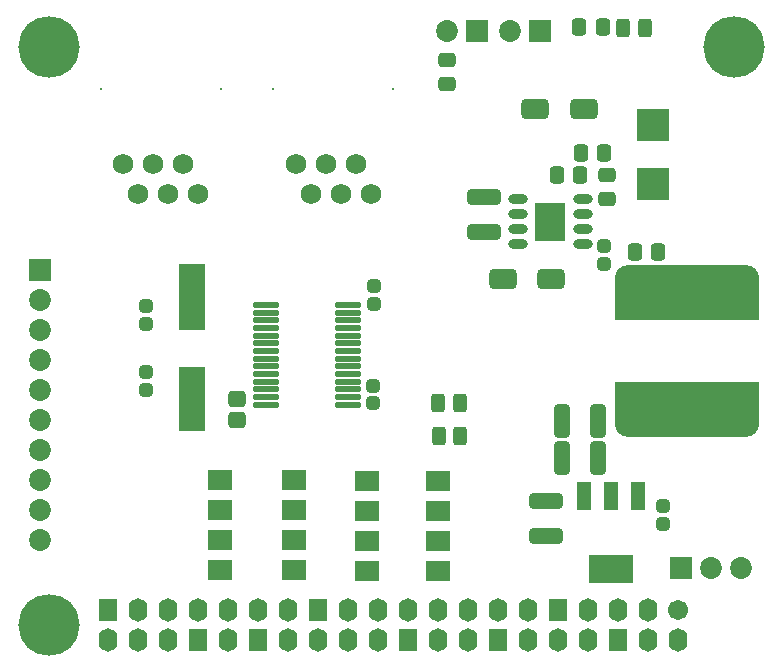
<source format=gts>
G04*
G04 #@! TF.GenerationSoftware,Altium Limited,Altium Designer,21.8.1 (53)*
G04*
G04 Layer_Color=8388736*
%FSLAX25Y25*%
%MOIN*%
G70*
G04*
G04 #@! TF.SameCoordinates,4A88703C-FF3E-4B1E-BF10-83D339521CC7*
G04*
G04*
G04 #@! TF.FilePolarity,Negative*
G04*
G01*
G75*
G04:AMPARAMS|DCode=35|XSize=58mil|YSize=53.28mil|CornerRadius=10.79mil|HoleSize=0mil|Usage=FLASHONLY|Rotation=180.000|XOffset=0mil|YOffset=0mil|HoleType=Round|Shape=RoundedRectangle|*
%AMROUNDEDRECTD35*
21,1,0.05800,0.03169,0,0,180.0*
21,1,0.03642,0.05328,0,0,180.0*
1,1,0.02158,-0.01821,0.01585*
1,1,0.02158,0.01821,0.01585*
1,1,0.02158,0.01821,-0.01585*
1,1,0.02158,-0.01821,-0.01585*
%
%ADD35ROUNDEDRECTD35*%
%ADD36O,0.09068X0.02178*%
G04:AMPARAMS|DCode=37|XSize=114.3mil|YSize=53.28mil|CornerRadius=15.32mil|HoleSize=0mil|Usage=FLASHONLY|Rotation=90.000|XOffset=0mil|YOffset=0mil|HoleType=Round|Shape=RoundedRectangle|*
%AMROUNDEDRECTD37*
21,1,0.11430,0.02264,0,0,90.0*
21,1,0.08366,0.05328,0,0,90.0*
1,1,0.03064,0.01132,0.04183*
1,1,0.03064,0.01132,-0.04183*
1,1,0.03064,-0.01132,-0.04183*
1,1,0.03064,-0.01132,0.04183*
%
%ADD37ROUNDEDRECTD37*%
%ADD38O,0.06509X0.03162*%
G04:AMPARAMS|DCode=39|XSize=58mil|YSize=45.4mil|CornerRadius=9.61mil|HoleSize=0mil|Usage=FLASHONLY|Rotation=90.000|XOffset=0mil|YOffset=0mil|HoleType=Round|Shape=RoundedRectangle|*
%AMROUNDEDRECTD39*
21,1,0.05800,0.02618,0,0,90.0*
21,1,0.03878,0.04540,0,0,90.0*
1,1,0.01922,0.01309,0.01939*
1,1,0.01922,0.01309,-0.01939*
1,1,0.01922,-0.01309,-0.01939*
1,1,0.01922,-0.01309,0.01939*
%
%ADD39ROUNDEDRECTD39*%
G04:AMPARAMS|DCode=40|XSize=58mil|YSize=45.4mil|CornerRadius=9.61mil|HoleSize=0mil|Usage=FLASHONLY|Rotation=0.000|XOffset=0mil|YOffset=0mil|HoleType=Round|Shape=RoundedRectangle|*
%AMROUNDEDRECTD40*
21,1,0.05800,0.02618,0,0,0.0*
21,1,0.03878,0.04540,0,0,0.0*
1,1,0.01922,0.01939,-0.01309*
1,1,0.01922,-0.01939,-0.01309*
1,1,0.01922,-0.01939,0.01309*
1,1,0.01922,0.01939,0.01309*
%
%ADD40ROUNDEDRECTD40*%
G04:AMPARAMS|DCode=41|XSize=43.43mil|YSize=43.43mil|CornerRadius=9.32mil|HoleSize=0mil|Usage=FLASHONLY|Rotation=180.000|XOffset=0mil|YOffset=0mil|HoleType=Round|Shape=RoundedRectangle|*
%AMROUNDEDRECTD41*
21,1,0.04343,0.02480,0,0,180.0*
21,1,0.02480,0.04343,0,0,180.0*
1,1,0.01863,-0.01240,0.01240*
1,1,0.01863,0.01240,0.01240*
1,1,0.01863,0.01240,-0.01240*
1,1,0.01863,-0.01240,-0.01240*
%
%ADD41ROUNDEDRECTD41*%
G04:AMPARAMS|DCode=42|XSize=94.61mil|YSize=69.02mil|CornerRadius=19.26mil|HoleSize=0mil|Usage=FLASHONLY|Rotation=0.000|XOffset=0mil|YOffset=0mil|HoleType=Round|Shape=RoundedRectangle|*
%AMROUNDEDRECTD42*
21,1,0.09461,0.03051,0,0,0.0*
21,1,0.05610,0.06902,0,0,0.0*
1,1,0.03851,0.02805,-0.01526*
1,1,0.03851,-0.02805,-0.01526*
1,1,0.03851,-0.02805,0.01526*
1,1,0.03851,0.02805,0.01526*
%
%ADD42ROUNDEDRECTD42*%
G04:AMPARAMS|DCode=43|XSize=114.3mil|YSize=53.28mil|CornerRadius=15.32mil|HoleSize=0mil|Usage=FLASHONLY|Rotation=0.000|XOffset=0mil|YOffset=0mil|HoleType=Round|Shape=RoundedRectangle|*
%AMROUNDEDRECTD43*
21,1,0.11430,0.02264,0,0,0.0*
21,1,0.08366,0.05328,0,0,0.0*
1,1,0.03064,0.04183,-0.01132*
1,1,0.03064,-0.04183,-0.01132*
1,1,0.03064,-0.04183,0.01132*
1,1,0.03064,0.04183,0.01132*
%
%ADD43ROUNDEDRECTD43*%
G04:AMPARAMS|DCode=44|XSize=63.12mil|YSize=47.37mil|CornerRadius=13.84mil|HoleSize=0mil|Usage=FLASHONLY|Rotation=270.000|XOffset=0mil|YOffset=0mil|HoleType=Round|Shape=RoundedRectangle|*
%AMROUNDEDRECTD44*
21,1,0.06312,0.01968,0,0,270.0*
21,1,0.03543,0.04737,0,0,270.0*
1,1,0.02769,-0.00984,-0.01772*
1,1,0.02769,-0.00984,0.01772*
1,1,0.02769,0.00984,0.01772*
1,1,0.02769,0.00984,-0.01772*
%
%ADD44ROUNDEDRECTD44*%
%ADD45R,0.05131X0.09265*%
%ADD46R,0.05131X0.09265*%
%ADD47R,0.14580X0.09265*%
%ADD48R,0.08800X0.21800*%
%ADD49R,0.08800X0.22300*%
%ADD50R,0.48044X0.08300*%
G04:AMPARAMS|DCode=51|XSize=480.44mil|YSize=165.48mil|CornerRadius=43.37mil|HoleSize=0mil|Usage=FLASHONLY|Rotation=0.000|XOffset=0mil|YOffset=0mil|HoleType=Round|Shape=RoundedRectangle|*
%AMROUNDEDRECTD51*
21,1,0.48044,0.07874,0,0,0.0*
21,1,0.39370,0.16548,0,0,0.0*
1,1,0.08674,0.19685,-0.03937*
1,1,0.08674,-0.19685,-0.03937*
1,1,0.08674,-0.19685,0.03937*
1,1,0.08674,0.19685,0.03937*
%
%ADD51ROUNDEDRECTD51*%
%ADD52C,0.07300*%
%ADD53R,0.07300X0.07300*%
%ADD54R,0.10800X0.10800*%
%ADD55R,0.07887X0.06706*%
%ADD56R,0.10249X0.13005*%
%ADD57C,0.20485*%
%ADD58R,0.07300X0.07300*%
%ADD59O,0.06300X0.07800*%
%ADD60R,0.06300X0.07800*%
%ADD61C,0.06706*%
%ADD62C,0.00800*%
%ADD63C,0.06800*%
%ADD64C,0.05800*%
D35*
X177559Y183465D02*
D03*
Y190551D02*
D03*
D36*
X214513Y188514D02*
D03*
Y191073D02*
D03*
Y193632D02*
D03*
Y196191D02*
D03*
Y198750D02*
D03*
Y201309D02*
D03*
Y203869D02*
D03*
Y206428D02*
D03*
Y208987D02*
D03*
Y211546D02*
D03*
Y214105D02*
D03*
Y216664D02*
D03*
Y219223D02*
D03*
Y221782D02*
D03*
X187347Y188514D02*
D03*
Y191073D02*
D03*
Y193632D02*
D03*
Y196191D02*
D03*
Y198750D02*
D03*
Y201309D02*
D03*
Y203869D02*
D03*
Y206428D02*
D03*
Y208987D02*
D03*
Y211546D02*
D03*
Y214105D02*
D03*
Y216664D02*
D03*
Y219223D02*
D03*
Y221782D02*
D03*
D37*
X285995Y170712D02*
D03*
X297806D02*
D03*
X285895Y183212D02*
D03*
X297706D02*
D03*
D38*
X271272Y257000D02*
D03*
Y252000D02*
D03*
Y247000D02*
D03*
Y242000D02*
D03*
X292728Y257000D02*
D03*
Y252000D02*
D03*
Y247000D02*
D03*
Y242000D02*
D03*
D39*
X299937Y272500D02*
D03*
X292063D02*
D03*
X291937Y265000D02*
D03*
X284063D02*
D03*
X317937Y239500D02*
D03*
X310063D02*
D03*
X291605Y314273D02*
D03*
X299480D02*
D03*
D40*
X301000Y257063D02*
D03*
Y264937D02*
D03*
X247600Y303437D02*
D03*
Y295563D02*
D03*
D41*
X300000Y235500D02*
D03*
Y241406D02*
D03*
X223228Y228150D02*
D03*
Y222244D02*
D03*
X319600Y154753D02*
D03*
Y148847D02*
D03*
X147244Y193504D02*
D03*
Y199409D02*
D03*
Y221457D02*
D03*
Y215551D02*
D03*
X222835Y188976D02*
D03*
Y194882D02*
D03*
D42*
X266129Y230500D02*
D03*
X282271D02*
D03*
X276929Y287000D02*
D03*
X293071D02*
D03*
D43*
X260012Y257805D02*
D03*
Y245994D02*
D03*
X280512Y156505D02*
D03*
Y144694D02*
D03*
D44*
X306299Y314173D02*
D03*
X313386D02*
D03*
X251874Y178000D02*
D03*
X244787D02*
D03*
X251774Y189000D02*
D03*
X244687D02*
D03*
D45*
X311255Y158005D02*
D03*
X293145D02*
D03*
D46*
X302200D02*
D03*
D47*
X302200Y133595D02*
D03*
D48*
X162398Y190480D02*
D03*
D49*
Y224480D02*
D03*
D50*
X327500Y220900D02*
D03*
Y192100D02*
D03*
D51*
Y186000D02*
D03*
Y226700D02*
D03*
D52*
X268622Y312992D02*
D03*
X335400Y134000D02*
D03*
X345400D02*
D03*
X111900Y143400D02*
D03*
Y153400D02*
D03*
Y203400D02*
D03*
Y213400D02*
D03*
Y193400D02*
D03*
Y183400D02*
D03*
Y223400D02*
D03*
Y173400D02*
D03*
Y163400D02*
D03*
X247400Y313000D02*
D03*
D53*
X278622Y312992D02*
D03*
X325400Y134000D02*
D03*
X257400Y313000D02*
D03*
D54*
X316200Y281843D02*
D03*
Y262043D02*
D03*
D55*
X244500Y163000D02*
D03*
Y153000D02*
D03*
Y143000D02*
D03*
Y133000D02*
D03*
X221000Y163000D02*
D03*
Y153000D02*
D03*
Y143000D02*
D03*
Y133000D02*
D03*
X171800Y163300D02*
D03*
Y153300D02*
D03*
Y143300D02*
D03*
Y133300D02*
D03*
X196400Y163300D02*
D03*
Y153300D02*
D03*
Y143300D02*
D03*
Y133300D02*
D03*
D56*
X282000Y249500D02*
D03*
D57*
X115000Y115000D02*
D03*
X343347Y307913D02*
D03*
X115000D02*
D03*
D58*
X111900Y233400D02*
D03*
D59*
X324400Y110200D02*
D03*
X314400D02*
D03*
X294400D02*
D03*
X284400D02*
D03*
X274400D02*
D03*
X254400D02*
D03*
X244400D02*
D03*
X224400D02*
D03*
X214400D02*
D03*
X204400D02*
D03*
X194400D02*
D03*
X174400D02*
D03*
X144400D02*
D03*
X134400D02*
D03*
X154400D02*
D03*
Y120200D02*
D03*
X164400D02*
D03*
X144400D02*
D03*
X174400D02*
D03*
X184400D02*
D03*
X194400D02*
D03*
X214400D02*
D03*
X224400D02*
D03*
X234400D02*
D03*
X244400D02*
D03*
X254400D02*
D03*
X264400D02*
D03*
X274400D02*
D03*
X294400D02*
D03*
X304400D02*
D03*
X314400D02*
D03*
D60*
X304400Y110200D02*
D03*
X264400D02*
D03*
X234400D02*
D03*
X184400D02*
D03*
X164400D02*
D03*
X134400Y120200D02*
D03*
X204400D02*
D03*
X284400D02*
D03*
D61*
X324400D02*
D03*
D62*
X132083Y293693D02*
D03*
X172083D02*
D03*
X189683D02*
D03*
X229683D02*
D03*
D63*
X139603Y268693D02*
D03*
X144603Y258693D02*
D03*
X149603Y268693D02*
D03*
X154603Y258693D02*
D03*
X159603Y268693D02*
D03*
X164603Y258693D02*
D03*
X197203Y268693D02*
D03*
X202203Y258693D02*
D03*
X207203Y268693D02*
D03*
X212203Y258693D02*
D03*
X217203Y268693D02*
D03*
X222203Y258693D02*
D03*
D64*
X282000Y247000D02*
D03*
Y252000D02*
D03*
M02*

</source>
